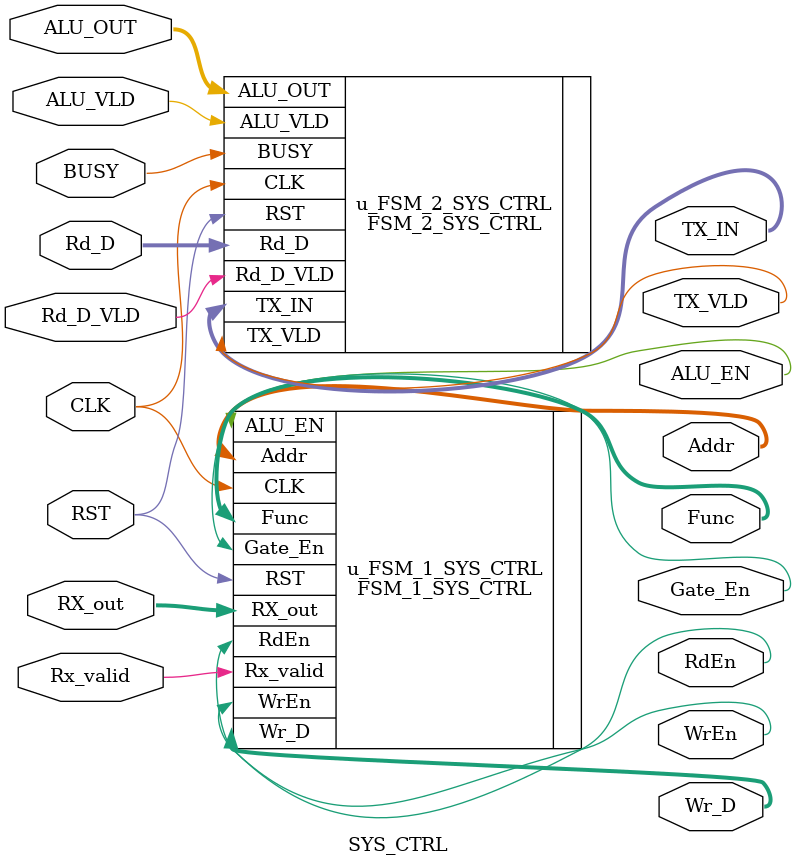
<source format=v>
module SYS_CTRL (

    input   wire    CLK,
    input   wire    RST,
    input   wire    [7:0] Rd_D,
    input   wire    Rd_D_VLD,
    input   wire    [15:0] ALU_OUT,
    input   wire    ALU_VLD,
    input   wire    BUSY,
    output  wire     TX_VLD,
    output  wire [7:0] TX_IN,
    //=====================
    input   wire    Rx_valid,
    input   wire    [7:0] RX_out,
    output  wire     RdEn,
    output  wire     [7:0] Addr,
    output  wire     WrEn,
    output  wire     Gate_En,
    output  wire     [7:0]Wr_D,
    output  wire     [7:0] Func,
    output  wire     ALU_EN


);
    




FSM_1_SYS_CTRL u_FSM_1_SYS_CTRL(
    .CLK      (CLK      ),
    .RST      (RST      ),
    .Rx_valid (Rx_valid ),
    .RX_out   (RX_out   ),
    .RdEn     (RdEn     ),
    .Addr    (Addr     ),
    .WrEn     (WrEn     ),
    .Gate_En  (Gate_En  ),
    .Wr_D     (Wr_D     ),
    .Func     (Func     ),
    .ALU_EN   (ALU_EN   )
);


FSM_2_SYS_CTRL u_FSM_2_SYS_CTRL(
    .CLK      (CLK      ),
    .RST      (RST      ),
    .Rd_D     (Rd_D     ),
    .Rd_D_VLD (Rd_D_VLD ),
    .ALU_OUT  (ALU_OUT  ),
    .ALU_VLD  (ALU_VLD  ),
    .BUSY     (BUSY     ),
    .TX_VLD   (TX_VLD   ),
    .TX_IN    (TX_IN    )
);


endmodule
</source>
